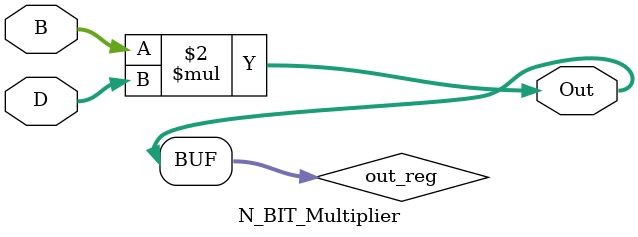
<source format=v>
`timescale 1ns / 1ps


module N_BIT_Multiplier (B,D,Out);
parameter N=18;
localparam N_local=2*N;
input  [N-1:0] B;
input  [N-1:0] D;
output  [N_local-1:0] Out;
reg [N_local-1:0]out_reg;
always @(*) begin
out_reg= B * D;
end
assign Out=out_reg;
endmodule


</source>
